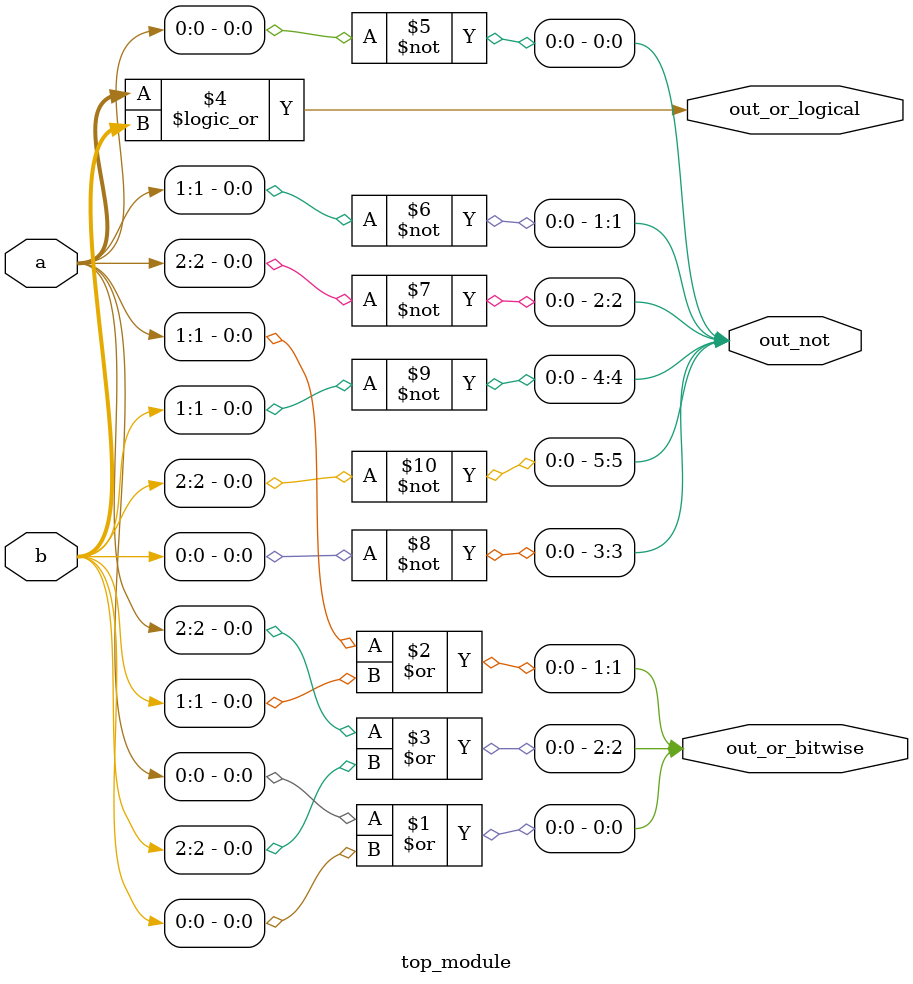
<source format=v>
module top_module( 
    input [2:0] a,
    input [2:0] b,
    output [2:0] out_or_bitwise,
    output out_or_logical,
    output [5:0] out_not
);

    assign out_or_bitwise[0] = a[0] | b[0];
    assign out_or_bitwise[1] = a[1] | b[1];
    assign out_or_bitwise[2] = a[2] | b[2];

    assign out_or_logical = a || b;

    assign out_not[0] = ~a[0];
    assign out_not[1] = ~a[1];
    assign out_not[2] = ~a[2];
    assign out_not[3] = ~b[0];
    assign out_not[4] = ~b[1];
    assign out_not[5] = ~b[2];


endmodule

</source>
